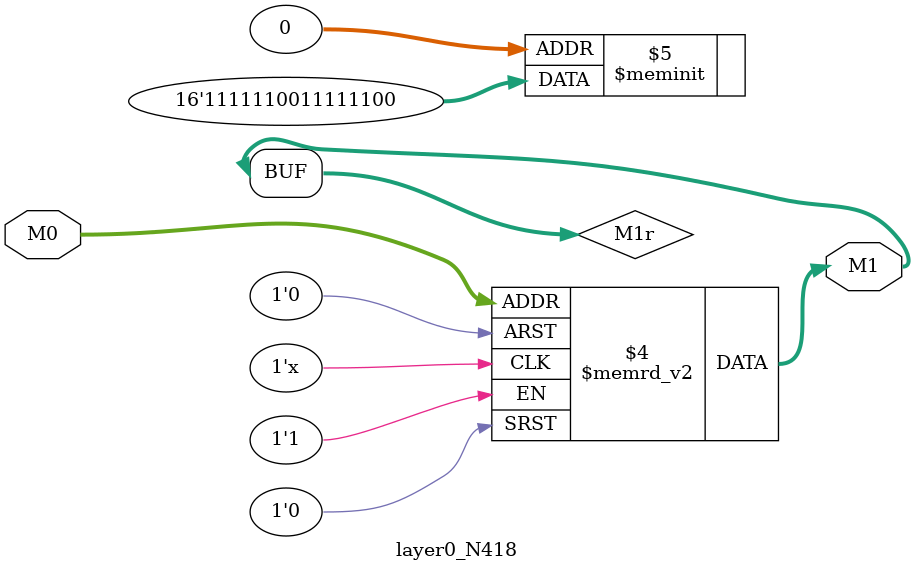
<source format=v>
module layer0_N418 ( input [2:0] M0, output [1:0] M1 );

	(*rom_style = "distributed" *) reg [1:0] M1r;
	assign M1 = M1r;
	always @ (M0) begin
		case (M0)
			3'b000: M1r = 2'b00;
			3'b100: M1r = 2'b00;
			3'b010: M1r = 2'b11;
			3'b110: M1r = 2'b11;
			3'b001: M1r = 2'b11;
			3'b101: M1r = 2'b11;
			3'b011: M1r = 2'b11;
			3'b111: M1r = 2'b11;

		endcase
	end
endmodule

</source>
